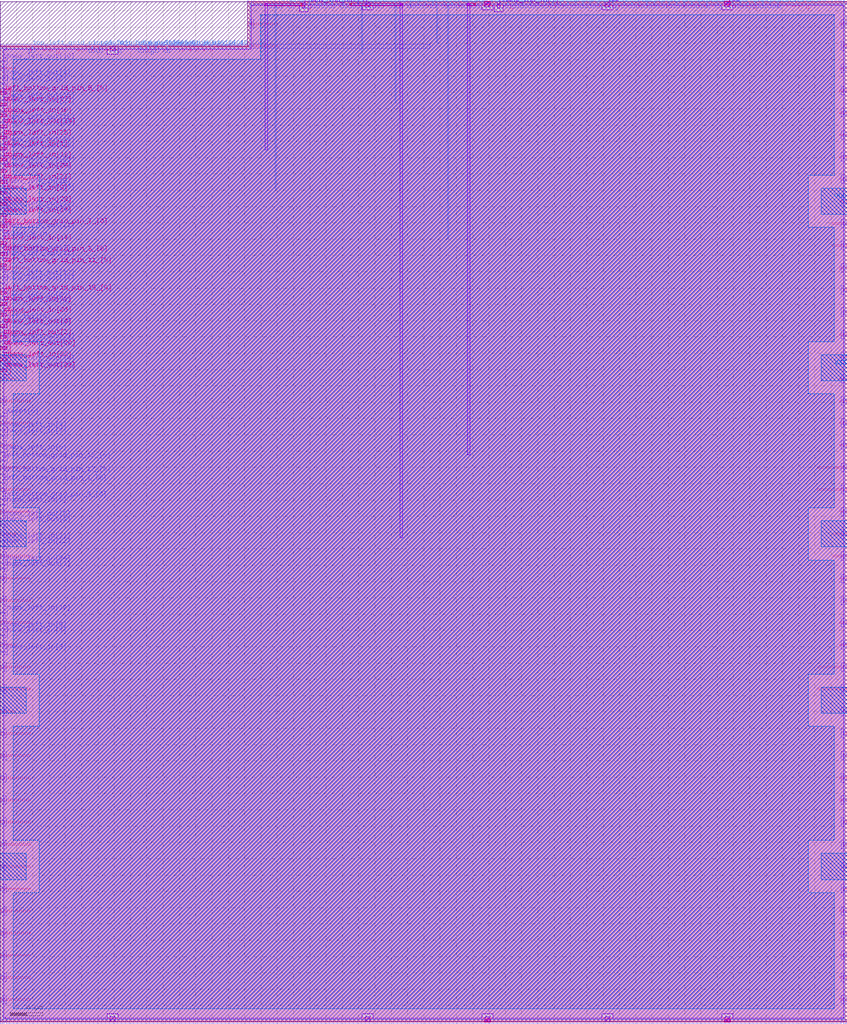
<source format=lef>
VERSION 5.7 ;
BUSBITCHARS "[]" ;

UNITS
  DATABASE MICRONS 1000 ;
END UNITS

MANUFACTURINGGRID 0.005 ;

LAYER li1
  TYPE ROUTING ;
  DIRECTION VERTICAL ;
  PITCH 0.46 ;
  WIDTH 0.17 ;
END li1

LAYER mcon
  TYPE CUT ;
END mcon

LAYER met1
  TYPE ROUTING ;
  DIRECTION HORIZONTAL ;
  PITCH 0.34 ;
  WIDTH 0.14 ;
END met1

LAYER via
  TYPE CUT ;
END via

LAYER met2
  TYPE ROUTING ;
  DIRECTION VERTICAL ;
  PITCH 0.46 ;
  WIDTH 0.14 ;
END met2

LAYER via2
  TYPE CUT ;
END via2

LAYER met3
  TYPE ROUTING ;
  DIRECTION HORIZONTAL ;
  PITCH 0.68 ;
  WIDTH 0.3 ;
END met3

LAYER via3
  TYPE CUT ;
END via3

LAYER met4
  TYPE ROUTING ;
  DIRECTION VERTICAL ;
  PITCH 0.92 ;
  WIDTH 0.3 ;
END met4

LAYER via4
  TYPE CUT ;
END via4

LAYER met5
  TYPE ROUTING ;
  DIRECTION HORIZONTAL ;
  PITCH 3.4 ;
  WIDTH 1.6 ;
END met5

LAYER nwell
  TYPE MASTERSLICE ;
END nwell

LAYER pwell
  TYPE MASTERSLICE ;
END pwell

LAYER OVERLAP
  TYPE OVERLAP ;
END OVERLAP

VIA L1M1_PR
  LAYER li1 ;
    RECT -0.085 -0.085 0.085 0.085 ;
  LAYER mcon ;
    RECT -0.085 -0.085 0.085 0.085 ;
  LAYER met1 ;
    RECT -0.145 -0.115 0.145 0.115 ;
END L1M1_PR

VIA L1M1_PR_R
  LAYER li1 ;
    RECT -0.085 -0.085 0.085 0.085 ;
  LAYER mcon ;
    RECT -0.085 -0.085 0.085 0.085 ;
  LAYER met1 ;
    RECT -0.115 -0.145 0.115 0.145 ;
END L1M1_PR_R

VIA L1M1_PR_M
  LAYER li1 ;
    RECT -0.085 -0.085 0.085 0.085 ;
  LAYER mcon ;
    RECT -0.085 -0.085 0.085 0.085 ;
  LAYER met1 ;
    RECT -0.115 -0.145 0.115 0.145 ;
END L1M1_PR_M

VIA L1M1_PR_MR
  LAYER li1 ;
    RECT -0.085 -0.085 0.085 0.085 ;
  LAYER mcon ;
    RECT -0.085 -0.085 0.085 0.085 ;
  LAYER met1 ;
    RECT -0.145 -0.115 0.145 0.115 ;
END L1M1_PR_MR

VIA L1M1_PR_C
  LAYER li1 ;
    RECT -0.085 -0.085 0.085 0.085 ;
  LAYER mcon ;
    RECT -0.085 -0.085 0.085 0.085 ;
  LAYER met1 ;
    RECT -0.145 -0.145 0.145 0.145 ;
END L1M1_PR_C

VIA M1M2_PR
  LAYER met1 ;
    RECT -0.16 -0.13 0.16 0.13 ;
  LAYER via ;
    RECT -0.075 -0.075 0.075 0.075 ;
  LAYER met2 ;
    RECT -0.13 -0.16 0.13 0.16 ;
END M1M2_PR

VIA M1M2_PR_Enc
  LAYER met1 ;
    RECT -0.16 -0.13 0.16 0.13 ;
  LAYER via ;
    RECT -0.075 -0.075 0.075 0.075 ;
  LAYER met2 ;
    RECT -0.16 -0.13 0.16 0.13 ;
END M1M2_PR_Enc

VIA M1M2_PR_R
  LAYER met1 ;
    RECT -0.13 -0.16 0.13 0.16 ;
  LAYER via ;
    RECT -0.075 -0.075 0.075 0.075 ;
  LAYER met2 ;
    RECT -0.16 -0.13 0.16 0.13 ;
END M1M2_PR_R

VIA M1M2_PR_R_Enc
  LAYER met1 ;
    RECT -0.13 -0.16 0.13 0.16 ;
  LAYER via ;
    RECT -0.075 -0.075 0.075 0.075 ;
  LAYER met2 ;
    RECT -0.13 -0.16 0.13 0.16 ;
END M1M2_PR_R_Enc

VIA M1M2_PR_M
  LAYER met1 ;
    RECT -0.16 -0.13 0.16 0.13 ;
  LAYER via ;
    RECT -0.075 -0.075 0.075 0.075 ;
  LAYER met2 ;
    RECT -0.16 -0.13 0.16 0.13 ;
END M1M2_PR_M

VIA M1M2_PR_M_Enc
  LAYER met1 ;
    RECT -0.16 -0.13 0.16 0.13 ;
  LAYER via ;
    RECT -0.075 -0.075 0.075 0.075 ;
  LAYER met2 ;
    RECT -0.13 -0.16 0.13 0.16 ;
END M1M2_PR_M_Enc

VIA M1M2_PR_MR
  LAYER met1 ;
    RECT -0.13 -0.16 0.13 0.16 ;
  LAYER via ;
    RECT -0.075 -0.075 0.075 0.075 ;
  LAYER met2 ;
    RECT -0.13 -0.16 0.13 0.16 ;
END M1M2_PR_MR

VIA M1M2_PR_MR_Enc
  LAYER met1 ;
    RECT -0.13 -0.16 0.13 0.16 ;
  LAYER via ;
    RECT -0.075 -0.075 0.075 0.075 ;
  LAYER met2 ;
    RECT -0.16 -0.13 0.16 0.13 ;
END M1M2_PR_MR_Enc

VIA M1M2_PR_C
  LAYER met1 ;
    RECT -0.16 -0.16 0.16 0.16 ;
  LAYER via ;
    RECT -0.075 -0.075 0.075 0.075 ;
  LAYER met2 ;
    RECT -0.16 -0.16 0.16 0.16 ;
END M1M2_PR_C

VIA M2M3_PR
  LAYER met2 ;
    RECT -0.14 -0.185 0.14 0.185 ;
  LAYER via2 ;
    RECT -0.1 -0.1 0.1 0.1 ;
  LAYER met3 ;
    RECT -0.165 -0.165 0.165 0.165 ;
END M2M3_PR

VIA M2M3_PR_R
  LAYER met2 ;
    RECT -0.185 -0.14 0.185 0.14 ;
  LAYER via2 ;
    RECT -0.1 -0.1 0.1 0.1 ;
  LAYER met3 ;
    RECT -0.165 -0.165 0.165 0.165 ;
END M2M3_PR_R

VIA M2M3_PR_M
  LAYER met2 ;
    RECT -0.14 -0.185 0.14 0.185 ;
  LAYER via2 ;
    RECT -0.1 -0.1 0.1 0.1 ;
  LAYER met3 ;
    RECT -0.165 -0.165 0.165 0.165 ;
END M2M3_PR_M

VIA M2M3_PR_MR
  LAYER met2 ;
    RECT -0.185 -0.14 0.185 0.14 ;
  LAYER via2 ;
    RECT -0.1 -0.1 0.1 0.1 ;
  LAYER met3 ;
    RECT -0.165 -0.165 0.165 0.165 ;
END M2M3_PR_MR

VIA M2M3_PR_C
  LAYER met2 ;
    RECT -0.185 -0.185 0.185 0.185 ;
  LAYER via2 ;
    RECT -0.1 -0.1 0.1 0.1 ;
  LAYER met3 ;
    RECT -0.165 -0.165 0.165 0.165 ;
END M2M3_PR_C

VIA M3M4_PR
  LAYER met3 ;
    RECT -0.19 -0.16 0.19 0.16 ;
  LAYER via3 ;
    RECT -0.1 -0.1 0.1 0.1 ;
  LAYER met4 ;
    RECT -0.165 -0.165 0.165 0.165 ;
END M3M4_PR

VIA M3M4_PR_R
  LAYER met3 ;
    RECT -0.16 -0.19 0.16 0.19 ;
  LAYER via3 ;
    RECT -0.1 -0.1 0.1 0.1 ;
  LAYER met4 ;
    RECT -0.165 -0.165 0.165 0.165 ;
END M3M4_PR_R

VIA M3M4_PR_M
  LAYER met3 ;
    RECT -0.19 -0.16 0.19 0.16 ;
  LAYER via3 ;
    RECT -0.1 -0.1 0.1 0.1 ;
  LAYER met4 ;
    RECT -0.165 -0.165 0.165 0.165 ;
END M3M4_PR_M

VIA M3M4_PR_MR
  LAYER met3 ;
    RECT -0.16 -0.19 0.16 0.19 ;
  LAYER via3 ;
    RECT -0.1 -0.1 0.1 0.1 ;
  LAYER met4 ;
    RECT -0.165 -0.165 0.165 0.165 ;
END M3M4_PR_MR

VIA M3M4_PR_C
  LAYER met3 ;
    RECT -0.19 -0.19 0.19 0.19 ;
  LAYER via3 ;
    RECT -0.1 -0.1 0.1 0.1 ;
  LAYER met4 ;
    RECT -0.165 -0.165 0.165 0.165 ;
END M3M4_PR_C

VIA M4M5_PR
  LAYER met4 ;
    RECT -0.59 -0.59 0.59 0.59 ;
  LAYER via4 ;
    RECT -0.4 -0.4 0.4 0.4 ;
  LAYER met5 ;
    RECT -0.71 -0.71 0.71 0.71 ;
END M4M5_PR

VIA M4M5_PR_R
  LAYER met4 ;
    RECT -0.59 -0.59 0.59 0.59 ;
  LAYER via4 ;
    RECT -0.4 -0.4 0.4 0.4 ;
  LAYER met5 ;
    RECT -0.71 -0.71 0.71 0.71 ;
END M4M5_PR_R

VIA M4M5_PR_M
  LAYER met4 ;
    RECT -0.59 -0.59 0.59 0.59 ;
  LAYER via4 ;
    RECT -0.4 -0.4 0.4 0.4 ;
  LAYER met5 ;
    RECT -0.71 -0.71 0.71 0.71 ;
END M4M5_PR_M

VIA M4M5_PR_MR
  LAYER met4 ;
    RECT -0.59 -0.59 0.59 0.59 ;
  LAYER via4 ;
    RECT -0.4 -0.4 0.4 0.4 ;
  LAYER met5 ;
    RECT -0.71 -0.71 0.71 0.71 ;
END M4M5_PR_MR

VIA M4M5_PR_C
  LAYER met4 ;
    RECT -0.59 -0.59 0.59 0.59 ;
  LAYER via4 ;
    RECT -0.4 -0.4 0.4 0.4 ;
  LAYER met5 ;
    RECT -0.71 -0.71 0.71 0.71 ;
END M4M5_PR_C

SITE unit
  CLASS CORE ;
  SYMMETRY Y ;
  SIZE 0.46 BY 2.72 ;
END unit

SITE unithddbl
  CLASS CORE ;
  SIZE 0.46 BY 5.44 ;
END unithddbl

MACRO sb_2__0_
  CLASS BLOCK ;
  ORIGIN 0 0 ;
  SIZE 103.96 BY 125.12 ;
  SYMMETRY X Y ;
  PIN pReset[0]
    DIRECTION INPUT ;
    USE SIGNAL ;
    PORT
      LAYER met1 ;
        RECT 0 74.22 0.595 74.36 ;
    END
  END pReset[0]
  PIN chany_top_in[0]
    DIRECTION INPUT ;
    USE SIGNAL ;
    PORT
      LAYER met2 ;
        RECT 72.38 124.635 72.52 125.12 ;
    END
  END chany_top_in[0]
  PIN chany_top_in[1]
    DIRECTION INPUT ;
    USE SIGNAL ;
    PORT
      LAYER met4 ;
        RECT 61.03 124.32 61.33 125.12 ;
    END
  END chany_top_in[1]
  PIN chany_top_in[2]
    DIRECTION INPUT ;
    USE SIGNAL ;
    PORT
      LAYER met2 ;
        RECT 33.28 124.635 33.42 125.12 ;
    END
  END chany_top_in[2]
  PIN chany_top_in[3]
    DIRECTION INPUT ;
    USE SIGNAL ;
    PORT
      LAYER met2 ;
        RECT 57.2 124.635 57.34 125.12 ;
    END
  END chany_top_in[3]
  PIN chany_top_in[4]
    DIRECTION INPUT ;
    USE SIGNAL ;
    PORT
      LAYER met2 ;
        RECT 51.22 124.635 51.36 125.12 ;
    END
  END chany_top_in[4]
  PIN chany_top_in[5]
    DIRECTION INPUT ;
    USE SIGNAL ;
    PORT
      LAYER met2 ;
        RECT 61.34 124.635 61.48 125.12 ;
    END
  END chany_top_in[5]
  PIN chany_top_in[6]
    DIRECTION INPUT ;
    USE SIGNAL ;
    PORT
      LAYER met2 ;
        RECT 55.36 124.635 55.5 125.12 ;
    END
  END chany_top_in[6]
  PIN chany_top_in[7]
    DIRECTION INPUT ;
    USE SIGNAL ;
    PORT
      LAYER met2 ;
        RECT 69.62 124.635 69.76 125.12 ;
    END
  END chany_top_in[7]
  PIN chany_top_in[8]
    DIRECTION INPUT ;
    USE SIGNAL ;
    PORT
      LAYER met2 ;
        RECT 73.3 124.635 73.44 125.12 ;
    END
  END chany_top_in[8]
  PIN chany_top_in[9]
    DIRECTION INPUT ;
    USE SIGNAL ;
    PORT
      LAYER met2 ;
        RECT 68.7 124.635 68.84 125.12 ;
    END
  END chany_top_in[9]
  PIN chany_top_in[10]
    DIRECTION INPUT ;
    USE SIGNAL ;
    PORT
      LAYER met2 ;
        RECT 90.78 124.635 90.92 125.12 ;
    END
  END chany_top_in[10]
  PIN chany_top_in[11]
    DIRECTION INPUT ;
    USE SIGNAL ;
    PORT
      LAYER met2 ;
        RECT 78.36 124.635 78.5 125.12 ;
    END
  END chany_top_in[11]
  PIN chany_top_in[12]
    DIRECTION INPUT ;
    USE SIGNAL ;
    PORT
      LAYER met2 ;
        RECT 71.46 124.635 71.6 125.12 ;
    END
  END chany_top_in[12]
  PIN chany_top_in[13]
    DIRECTION INPUT ;
    USE SIGNAL ;
    PORT
      LAYER met2 ;
        RECT 67.78 124.635 67.92 125.12 ;
    END
  END chany_top_in[13]
  PIN chany_top_in[14]
    DIRECTION INPUT ;
    USE SIGNAL ;
    PORT
      LAYER met2 ;
        RECT 76.52 124.635 76.66 125.12 ;
    END
  END chany_top_in[14]
  PIN chany_top_in[15]
    DIRECTION INPUT ;
    USE SIGNAL ;
    PORT
      LAYER met2 ;
        RECT 94.46 124.635 94.6 125.12 ;
    END
  END chany_top_in[15]
  PIN chany_top_in[16]
    DIRECTION INPUT ;
    USE SIGNAL ;
    PORT
      LAYER met2 ;
        RECT 70.54 124.635 70.68 125.12 ;
    END
  END chany_top_in[16]
  PIN chany_top_in[17]
    DIRECTION INPUT ;
    USE SIGNAL ;
    PORT
      LAYER met2 ;
        RECT 89.86 124.635 90 125.12 ;
    END
  END chany_top_in[17]
  PIN chany_top_in[18]
    DIRECTION INPUT ;
    USE SIGNAL ;
    PORT
      LAYER met2 ;
        RECT 88.02 124.635 88.16 125.12 ;
    END
  END chany_top_in[18]
  PIN chany_top_in[19]
    DIRECTION INPUT ;
    USE SIGNAL ;
    PORT
      LAYER met2 ;
        RECT 93.54 124.635 93.68 125.12 ;
    END
  END chany_top_in[19]
  PIN chany_top_in[20]
    DIRECTION INPUT ;
    USE SIGNAL ;
    PORT
      LAYER met2 ;
        RECT 75.14 124.635 75.28 125.12 ;
    END
  END chany_top_in[20]
  PIN chany_top_in[21]
    DIRECTION INPUT ;
    USE SIGNAL ;
    PORT
      LAYER met2 ;
        RECT 56.28 124.635 56.42 125.12 ;
    END
  END chany_top_in[21]
  PIN chany_top_in[22]
    DIRECTION INPUT ;
    USE SIGNAL ;
    PORT
      LAYER met2 ;
        RECT 37.88 124.635 38.02 125.12 ;
    END
  END chany_top_in[22]
  PIN chany_top_in[23]
    DIRECTION INPUT ;
    USE SIGNAL ;
    PORT
      LAYER met2 ;
        RECT 43.86 124.635 44 125.12 ;
    END
  END chany_top_in[23]
  PIN chany_top_in[24]
    DIRECTION INPUT ;
    USE SIGNAL ;
    PORT
      LAYER met2 ;
        RECT 34.2 124.635 34.34 125.12 ;
    END
  END chany_top_in[24]
  PIN chany_top_in[25]
    DIRECTION INPUT ;
    USE SIGNAL ;
    PORT
      LAYER met2 ;
        RECT 42.94 124.635 43.08 125.12 ;
    END
  END chany_top_in[25]
  PIN chany_top_in[26]
    DIRECTION INPUT ;
    USE SIGNAL ;
    PORT
      LAYER met2 ;
        RECT 91.7 124.635 91.84 125.12 ;
    END
  END chany_top_in[26]
  PIN chany_top_in[27]
    DIRECTION INPUT ;
    USE SIGNAL ;
    PORT
      LAYER met2 ;
        RECT 81.12 124.635 81.26 125.12 ;
    END
  END chany_top_in[27]
  PIN chany_top_in[28]
    DIRECTION INPUT ;
    USE SIGNAL ;
    PORT
      LAYER met2 ;
        RECT 80.2 124.635 80.34 125.12 ;
    END
  END chany_top_in[28]
  PIN chany_top_in[29]
    DIRECTION INPUT ;
    USE SIGNAL ;
    PORT
      LAYER met2 ;
        RECT 79.28 124.635 79.42 125.12 ;
    END
  END chany_top_in[29]
  PIN top_left_grid_pin_44_[0]
    DIRECTION INPUT ;
    USE SIGNAL ;
    PORT
      LAYER met2 ;
        RECT 17.18 119.195 17.32 119.68 ;
    END
  END top_left_grid_pin_44_[0]
  PIN top_left_grid_pin_45_[0]
    DIRECTION INPUT ;
    USE SIGNAL ;
    PORT
      LAYER met2 ;
        RECT 12.12 119.195 12.26 119.68 ;
    END
  END top_left_grid_pin_45_[0]
  PIN top_left_grid_pin_46_[0]
    DIRECTION INPUT ;
    USE SIGNAL ;
    PORT
      LAYER met2 ;
        RECT 19.02 119.195 19.16 119.68 ;
    END
  END top_left_grid_pin_46_[0]
  PIN top_left_grid_pin_47_[0]
    DIRECTION INPUT ;
    USE SIGNAL ;
    PORT
      LAYER met2 ;
        RECT 20.4 119.195 20.54 119.68 ;
    END
  END top_left_grid_pin_47_[0]
  PIN top_left_grid_pin_48_[0]
    DIRECTION INPUT ;
    USE SIGNAL ;
    PORT
      LAYER met2 ;
        RECT 3.84 119.195 3.98 119.68 ;
    END
  END top_left_grid_pin_48_[0]
  PIN top_left_grid_pin_49_[0]
    DIRECTION INPUT ;
    USE SIGNAL ;
    PORT
      LAYER met2 ;
        RECT 14.42 119.195 14.56 119.68 ;
    END
  END top_left_grid_pin_49_[0]
  PIN top_left_grid_pin_50_[0]
    DIRECTION INPUT ;
    USE SIGNAL ;
    PORT
      LAYER met2 ;
        RECT 11.2 119.195 11.34 119.68 ;
    END
  END top_left_grid_pin_50_[0]
  PIN top_left_grid_pin_51_[0]
    DIRECTION INPUT ;
    USE SIGNAL ;
    PORT
      LAYER met2 ;
        RECT 18.1 119.195 18.24 119.68 ;
    END
  END top_left_grid_pin_51_[0]
  PIN top_right_grid_pin_1_[0]
    DIRECTION INPUT ;
    USE SIGNAL ;
    PORT
      LAYER met2 ;
        RECT 63.18 124.635 63.32 125.12 ;
    END
  END top_right_grid_pin_1_[0]
  PIN chanx_left_in[0]
    DIRECTION INPUT ;
    USE SIGNAL ;
    PORT
      LAYER met1 ;
        RECT 0 69.8 0.595 69.94 ;
    END
  END chanx_left_in[0]
  PIN chanx_left_in[1]
    DIRECTION INPUT ;
    USE SIGNAL ;
    PORT
      LAYER met3 ;
        RECT 0 106.95 0.8 107.25 ;
    END
  END chanx_left_in[1]
  PIN chanx_left_in[2]
    DIRECTION INPUT ;
    USE SIGNAL ;
    PORT
      LAYER met1 ;
        RECT 0 115.02 0.595 115.16 ;
    END
  END chanx_left_in[2]
  PIN chanx_left_in[3]
    DIRECTION INPUT ;
    USE SIGNAL ;
    PORT
      LAYER met1 ;
        RECT 0 47.36 0.595 47.5 ;
    END
  END chanx_left_in[3]
  PIN chanx_left_in[4]
    DIRECTION INPUT ;
    USE SIGNAL ;
    PORT
      LAYER met1 ;
        RECT 0 72.52 0.595 72.66 ;
    END
  END chanx_left_in[4]
  PIN chanx_left_in[5]
    DIRECTION INPUT ;
    USE SIGNAL ;
    PORT
      LAYER met1 ;
        RECT 0 63.34 0.595 63.48 ;
    END
  END chanx_left_in[5]
  PIN chanx_left_in[6]
    DIRECTION INPUT ;
    USE SIGNAL ;
    PORT
      LAYER met1 ;
        RECT 0 48.04 0.595 48.18 ;
    END
  END chanx_left_in[6]
  PIN chanx_left_in[7]
    DIRECTION INPUT ;
    USE SIGNAL ;
    PORT
      LAYER met1 ;
        RECT 0 71.84 0.595 71.98 ;
    END
  END chanx_left_in[7]
  PIN chanx_left_in[8]
    DIRECTION INPUT ;
    USE SIGNAL ;
    PORT
      LAYER met1 ;
        RECT 0 45.32 0.595 45.46 ;
    END
  END chanx_left_in[8]
  PIN chanx_left_in[9]
    DIRECTION INPUT ;
    USE SIGNAL ;
    PORT
      LAYER met3 ;
        RECT 0 101.51 0.8 101.81 ;
    END
  END chanx_left_in[9]
  PIN chanx_left_in[10]
    DIRECTION INPUT ;
    USE SIGNAL ;
    PORT
      LAYER met1 ;
        RECT 0 50.08 0.595 50.22 ;
    END
  END chanx_left_in[10]
  PIN chanx_left_in[11]
    DIRECTION INPUT ;
    USE SIGNAL ;
    PORT
      LAYER met1 ;
        RECT 0 58.92 0.595 59.06 ;
    END
  END chanx_left_in[11]
  PIN chanx_left_in[12]
    DIRECTION INPUT ;
    USE SIGNAL ;
    PORT
      LAYER met1 ;
        RECT 0 85.1 0.595 85.24 ;
    END
  END chanx_left_in[12]
  PIN chanx_left_in[13]
    DIRECTION INPUT ;
    USE SIGNAL ;
    PORT
      LAYER met3 ;
        RECT 0 105.59 0.8 105.89 ;
    END
  END chanx_left_in[13]
  PIN chanx_left_in[14]
    DIRECTION INPUT ;
    USE SIGNAL ;
    PORT
      LAYER met3 ;
        RECT 0 95.39 0.8 95.69 ;
    END
  END chanx_left_in[14]
  PIN chanx_left_in[15]
    DIRECTION INPUT ;
    USE SIGNAL ;
    PORT
      LAYER met1 ;
        RECT 0 102.44 0.595 102.58 ;
    END
  END chanx_left_in[15]
  PIN chanx_left_in[16]
    DIRECTION INPUT ;
    USE SIGNAL ;
    PORT
      LAYER met1 ;
        RECT 0 104.48 0.595 104.62 ;
    END
  END chanx_left_in[16]
  PIN chanx_left_in[17]
    DIRECTION INPUT ;
    USE SIGNAL ;
    PORT
      LAYER met3 ;
        RECT 0 98.79 0.8 99.09 ;
    END
  END chanx_left_in[17]
  PIN chanx_left_in[18]
    DIRECTION INPUT ;
    USE SIGNAL ;
    PORT
      LAYER met3 ;
        RECT 0 111.03 0.8 111.33 ;
    END
  END chanx_left_in[18]
  PIN chanx_left_in[19]
    DIRECTION INPUT ;
    USE SIGNAL ;
    PORT
      LAYER met3 ;
        RECT 0 87.91 0.8 88.21 ;
    END
  END chanx_left_in[19]
  PIN chanx_left_in[20]
    DIRECTION INPUT ;
    USE SIGNAL ;
    PORT
      LAYER met1 ;
        RECT 0 88.5 0.595 88.64 ;
    END
  END chanx_left_in[20]
  PIN chanx_left_in[21]
    DIRECTION INPUT ;
    USE SIGNAL ;
    PORT
      LAYER met3 ;
        RECT 0 102.87 0.8 103.17 ;
    END
  END chanx_left_in[21]
  PIN chanx_left_in[22]
    DIRECTION INPUT ;
    USE SIGNAL ;
    PORT
      LAYER met3 ;
        RECT 0 81.11 0.8 81.41 ;
    END
  END chanx_left_in[22]
  PIN chanx_left_in[23]
    DIRECTION INPUT ;
    USE SIGNAL ;
    PORT
      LAYER met1 ;
        RECT 0 58.24 0.595 58.38 ;
    END
  END chanx_left_in[23]
  PIN chanx_left_in[24]
    DIRECTION INPUT ;
    USE SIGNAL ;
    PORT
      LAYER met1 ;
        RECT 0 56.2 0.595 56.34 ;
    END
  END chanx_left_in[24]
  PIN chanx_left_in[25]
    DIRECTION INPUT ;
    USE SIGNAL ;
    PORT
      LAYER met3 ;
        RECT 0 108.31 0.8 108.61 ;
    END
  END chanx_left_in[25]
  PIN chanx_left_in[26]
    DIRECTION INPUT ;
    USE SIGNAL ;
    PORT
      LAYER met3 ;
        RECT 0 86.55 0.8 86.85 ;
    END
  END chanx_left_in[26]
  PIN chanx_left_in[27]
    DIRECTION INPUT ;
    USE SIGNAL ;
    PORT
      LAYER met3 ;
        RECT 0 112.39 0.8 112.69 ;
    END
  END chanx_left_in[27]
  PIN chanx_left_in[28]
    DIRECTION INPUT ;
    USE SIGNAL ;
    PORT
      LAYER met3 ;
        RECT 0 100.15 0.8 100.45 ;
    END
  END chanx_left_in[28]
  PIN chanx_left_in[29]
    DIRECTION INPUT ;
    USE SIGNAL ;
    PORT
      LAYER met3 ;
        RECT 0 104.23 0.8 104.53 ;
    END
  END chanx_left_in[29]
  PIN left_bottom_grid_pin_1_[0]
    DIRECTION INPUT ;
    USE SIGNAL ;
    PORT
      LAYER met1 ;
        RECT 0 66.06 0.595 66.2 ;
    END
  END left_bottom_grid_pin_1_[0]
  PIN left_bottom_grid_pin_3_[0]
    DIRECTION INPUT ;
    USE SIGNAL ;
    PORT
      LAYER met3 ;
        RECT 0 94.03 0.8 94.33 ;
    END
  END left_bottom_grid_pin_3_[0]
  PIN left_bottom_grid_pin_5_[0]
    DIRECTION INPUT ;
    USE SIGNAL ;
    PORT
      LAYER met3 ;
        RECT 0 113.75 0.8 114.05 ;
    END
  END left_bottom_grid_pin_5_[0]
  PIN left_bottom_grid_pin_7_[0]
    DIRECTION INPUT ;
    USE SIGNAL ;
    PORT
      LAYER met3 ;
        RECT 0 97.43 0.8 97.73 ;
    END
  END left_bottom_grid_pin_7_[0]
  PIN left_bottom_grid_pin_9_[0]
    DIRECTION INPUT ;
    USE SIGNAL ;
    PORT
      LAYER met1 ;
        RECT 0 64.02 0.595 64.16 ;
    END
  END left_bottom_grid_pin_9_[0]
  PIN left_bottom_grid_pin_11_[0]
    DIRECTION INPUT ;
    USE SIGNAL ;
    PORT
      LAYER met3 ;
        RECT 0 92.67 0.8 92.97 ;
    END
  END left_bottom_grid_pin_11_[0]
  PIN left_bottom_grid_pin_13_[0]
    DIRECTION INPUT ;
    USE SIGNAL ;
    PORT
      LAYER met1 ;
        RECT 0 68.78 0.595 68.92 ;
    END
  END left_bottom_grid_pin_13_[0]
  PIN left_bottom_grid_pin_15_[0]
    DIRECTION INPUT ;
    USE SIGNAL ;
    PORT
      LAYER met3 ;
        RECT 0 89.27 0.8 89.57 ;
    END
  END left_bottom_grid_pin_15_[0]
  PIN left_bottom_grid_pin_17_[0]
    DIRECTION INPUT ;
    USE SIGNAL ;
    PORT
      LAYER met1 ;
        RECT 0 67.08 0.595 67.22 ;
    END
  END left_bottom_grid_pin_17_[0]
  PIN ccff_head[0]
    DIRECTION INPUT ;
    USE SIGNAL ;
    PORT
      LAYER met2 ;
        RECT 39.72 124.635 39.86 125.12 ;
    END
  END ccff_head[0]
  PIN chany_top_out[0]
    DIRECTION OUTPUT ;
    USE SIGNAL ;
    PORT
      LAYER met2 ;
        RECT 82.96 124.635 83.1 125.12 ;
    END
  END chany_top_out[0]
  PIN chany_top_out[1]
    DIRECTION OUTPUT ;
    USE SIGNAL ;
    PORT
      LAYER met2 ;
        RECT 83.88 124.635 84.02 125.12 ;
    END
  END chany_top_out[1]
  PIN chany_top_out[2]
    DIRECTION OUTPUT ;
    USE SIGNAL ;
    PORT
      LAYER met2 ;
        RECT 85.72 124.635 85.86 125.12 ;
    END
  END chany_top_out[2]
  PIN chany_top_out[3]
    DIRECTION OUTPUT ;
    USE SIGNAL ;
    PORT
      LAYER met2 ;
        RECT 84.8 124.635 84.94 125.12 ;
    END
  END chany_top_out[3]
  PIN chany_top_out[4]
    DIRECTION OUTPUT ;
    USE SIGNAL ;
    PORT
      LAYER met2 ;
        RECT 46.62 124.635 46.76 125.12 ;
    END
  END chany_top_out[4]
  PIN chany_top_out[5]
    DIRECTION OUTPUT ;
    USE SIGNAL ;
    PORT
      LAYER met4 ;
        RECT 37.11 124.32 37.41 125.12 ;
    END
  END chany_top_out[5]
  PIN chany_top_out[6]
    DIRECTION OUTPUT ;
    USE SIGNAL ;
    PORT
      LAYER met2 ;
        RECT 65.02 124.635 65.16 125.12 ;
    END
  END chany_top_out[6]
  PIN chany_top_out[7]
    DIRECTION OUTPUT ;
    USE SIGNAL ;
    PORT
      LAYER met2 ;
        RECT 44.78 124.635 44.92 125.12 ;
    END
  END chany_top_out[7]
  PIN chany_top_out[8]
    DIRECTION OUTPUT ;
    USE SIGNAL ;
    PORT
      LAYER met2 ;
        RECT 59.04 124.635 59.18 125.12 ;
    END
  END chany_top_out[8]
  PIN chany_top_out[9]
    DIRECTION OUTPUT ;
    USE SIGNAL ;
    PORT
      LAYER met2 ;
        RECT 92.62 124.635 92.76 125.12 ;
    END
  END chany_top_out[9]
  PIN chany_top_out[10]
    DIRECTION OUTPUT ;
    USE SIGNAL ;
    PORT
      LAYER met2 ;
        RECT 40.64 124.635 40.78 125.12 ;
    END
  END chany_top_out[10]
  PIN chany_top_out[11]
    DIRECTION OUTPUT ;
    USE SIGNAL ;
    PORT
      LAYER met2 ;
        RECT 65.94 124.635 66.08 125.12 ;
    END
  END chany_top_out[11]
  PIN chany_top_out[12]
    DIRECTION OUTPUT ;
    USE SIGNAL ;
    PORT
      LAYER met2 ;
        RECT 95.38 124.635 95.52 125.12 ;
    END
  END chany_top_out[12]
  PIN chany_top_out[13]
    DIRECTION OUTPUT ;
    USE SIGNAL ;
    PORT
      LAYER met2 ;
        RECT 45.7 124.635 45.84 125.12 ;
    END
  END chany_top_out[13]
  PIN chany_top_out[14]
    DIRECTION OUTPUT ;
    USE SIGNAL ;
    PORT
      LAYER met2 ;
        RECT 64.1 124.635 64.24 125.12 ;
    END
  END chany_top_out[14]
  PIN chany_top_out[15]
    DIRECTION OUTPUT ;
    USE SIGNAL ;
    PORT
      LAYER met2 ;
        RECT 54.44 124.635 54.58 125.12 ;
    END
  END chany_top_out[15]
  PIN chany_top_out[16]
    DIRECTION OUTPUT ;
    USE SIGNAL ;
    PORT
      LAYER met2 ;
        RECT 36.96 124.635 37.1 125.12 ;
    END
  END chany_top_out[16]
  PIN chany_top_out[17]
    DIRECTION OUTPUT ;
    USE SIGNAL ;
    PORT
      LAYER met2 ;
        RECT 74.22 124.635 74.36 125.12 ;
    END
  END chany_top_out[17]
  PIN chany_top_out[18]
    DIRECTION OUTPUT ;
    USE SIGNAL ;
    PORT
      LAYER met2 ;
        RECT 82.04 124.635 82.18 125.12 ;
    END
  END chany_top_out[18]
  PIN chany_top_out[19]
    DIRECTION OUTPUT ;
    USE SIGNAL ;
    PORT
      LAYER met2 ;
        RECT 50.3 124.635 50.44 125.12 ;
    END
  END chany_top_out[19]
  PIN chany_top_out[20]
    DIRECTION OUTPUT ;
    USE SIGNAL ;
    PORT
      LAYER met2 ;
        RECT 53.06 124.635 53.2 125.12 ;
    END
  END chany_top_out[20]
  PIN chany_top_out[21]
    DIRECTION OUTPUT ;
    USE SIGNAL ;
    PORT
      LAYER met2 ;
        RECT 48.92 124.635 49.06 125.12 ;
    END
  END chany_top_out[21]
  PIN chany_top_out[22]
    DIRECTION OUTPUT ;
    USE SIGNAL ;
    PORT
      LAYER met2 ;
        RECT 62.26 124.635 62.4 125.12 ;
    END
  END chany_top_out[22]
  PIN chany_top_out[23]
    DIRECTION OUTPUT ;
    USE SIGNAL ;
    PORT
      LAYER met2 ;
        RECT 66.86 124.635 67 125.12 ;
    END
  END chany_top_out[23]
  PIN chany_top_out[24]
    DIRECTION OUTPUT ;
    USE SIGNAL ;
    PORT
      LAYER met2 ;
        RECT 86.64 124.635 86.78 125.12 ;
    END
  END chany_top_out[24]
  PIN chany_top_out[25]
    DIRECTION OUTPUT ;
    USE SIGNAL ;
    PORT
      LAYER met2 ;
        RECT 48 124.635 48.14 125.12 ;
    END
  END chany_top_out[25]
  PIN chany_top_out[26]
    DIRECTION OUTPUT ;
    USE SIGNAL ;
    PORT
      LAYER met2 ;
        RECT 58.12 124.635 58.26 125.12 ;
    END
  END chany_top_out[26]
  PIN chany_top_out[27]
    DIRECTION OUTPUT ;
    USE SIGNAL ;
    PORT
      LAYER met2 ;
        RECT 52.14 124.635 52.28 125.12 ;
    END
  END chany_top_out[27]
  PIN chany_top_out[28]
    DIRECTION OUTPUT ;
    USE SIGNAL ;
    PORT
      LAYER met2 ;
        RECT 38.8 124.635 38.94 125.12 ;
    END
  END chany_top_out[28]
  PIN chany_top_out[29]
    DIRECTION OUTPUT ;
    USE SIGNAL ;
    PORT
      LAYER met2 ;
        RECT 77.44 124.635 77.58 125.12 ;
    END
  END chany_top_out[29]
  PIN chanx_left_out[0]
    DIRECTION OUTPUT ;
    USE SIGNAL ;
    PORT
      LAYER met3 ;
        RECT 0 85.19 0.8 85.49 ;
    END
  END chanx_left_out[0]
  PIN chanx_left_out[1]
    DIRECTION OUTPUT ;
    USE SIGNAL ;
    PORT
      LAYER met1 ;
        RECT 0 55.52 0.595 55.66 ;
    END
  END chanx_left_out[1]
  PIN chanx_left_out[2]
    DIRECTION OUTPUT ;
    USE SIGNAL ;
    PORT
      LAYER met1 ;
        RECT 0 60.96 0.595 61.1 ;
    END
  END chanx_left_out[2]
  PIN chanx_left_out[3]
    DIRECTION OUTPUT ;
    USE SIGNAL ;
    PORT
      LAYER met3 ;
        RECT 0 83.83 0.8 84.13 ;
    END
  END chanx_left_out[3]
  PIN chanx_left_out[4]
    DIRECTION OUTPUT ;
    USE SIGNAL ;
    PORT
      LAYER met1 ;
        RECT 0 115.7 0.595 115.84 ;
    END
  END chanx_left_out[4]
  PIN chanx_left_out[5]
    DIRECTION OUTPUT ;
    USE SIGNAL ;
    PORT
      LAYER met1 ;
        RECT 0 61.64 0.595 61.78 ;
    END
  END chanx_left_out[5]
  PIN chanx_left_out[6]
    DIRECTION OUTPUT ;
    USE SIGNAL ;
    PORT
      LAYER met1 ;
        RECT 0 87.82 0.595 87.96 ;
    END
  END chanx_left_out[6]
  PIN chanx_left_out[7]
    DIRECTION OUTPUT ;
    USE SIGNAL ;
    PORT
      LAYER met1 ;
        RECT 0 94.28 0.595 94.42 ;
    END
  END chanx_left_out[7]
  PIN chanx_left_out[8]
    DIRECTION OUTPUT ;
    USE SIGNAL ;
    PORT
      LAYER met1 ;
        RECT 0 82.72 0.595 82.86 ;
    END
  END chanx_left_out[8]
  PIN chanx_left_out[9]
    DIRECTION OUTPUT ;
    USE SIGNAL ;
    PORT
      LAYER met1 ;
        RECT 0 99.04 0.595 99.18 ;
    END
  END chanx_left_out[9]
  PIN chanx_left_out[10]
    DIRECTION OUTPUT ;
    USE SIGNAL ;
    PORT
      LAYER met1 ;
        RECT 0 117.74 0.595 117.88 ;
    END
  END chanx_left_out[10]
  PIN chanx_left_out[11]
    DIRECTION OUTPUT ;
    USE SIGNAL ;
    PORT
      LAYER met1 ;
        RECT 0 93.6 0.595 93.74 ;
    END
  END chanx_left_out[11]
  PIN chanx_left_out[12]
    DIRECTION OUTPUT ;
    USE SIGNAL ;
    PORT
      LAYER met1 ;
        RECT 0 99.72 0.595 99.86 ;
    END
  END chanx_left_out[12]
  PIN chanx_left_out[13]
    DIRECTION OUTPUT ;
    USE SIGNAL ;
    PORT
      LAYER met1 ;
        RECT 0 91.22 0.595 91.36 ;
    END
  END chanx_left_out[13]
  PIN chanx_left_out[14]
    DIRECTION OUTPUT ;
    USE SIGNAL ;
    PORT
      LAYER met1 ;
        RECT 0 80.68 0.595 80.82 ;
    END
  END chanx_left_out[14]
  PIN chanx_left_out[15]
    DIRECTION OUTPUT ;
    USE SIGNAL ;
    PORT
      LAYER met1 ;
        RECT 0 112.98 0.595 113.12 ;
    END
  END chanx_left_out[15]
  PIN chanx_left_out[16]
    DIRECTION OUTPUT ;
    USE SIGNAL ;
    PORT
      LAYER met1 ;
        RECT 0 101.76 0.595 101.9 ;
    END
  END chanx_left_out[16]
  PIN chanx_left_out[17]
    DIRECTION OUTPUT ;
    USE SIGNAL ;
    PORT
      LAYER met1 ;
        RECT 0 90.54 0.595 90.68 ;
    END
  END chanx_left_out[17]
  PIN chanx_left_out[18]
    DIRECTION OUTPUT ;
    USE SIGNAL ;
    PORT
      LAYER met1 ;
        RECT 0 110.26 0.595 110.4 ;
    END
  END chanx_left_out[18]
  PIN chanx_left_out[19]
    DIRECTION OUTPUT ;
    USE SIGNAL ;
    PORT
      LAYER met3 ;
        RECT 0 109.67 0.8 109.97 ;
    END
  END chanx_left_out[19]
  PIN chanx_left_out[20]
    DIRECTION OUTPUT ;
    USE SIGNAL ;
    PORT
      LAYER met3 ;
        RECT 0 82.47 0.8 82.77 ;
    END
  END chanx_left_out[20]
  PIN chanx_left_out[21]
    DIRECTION OUTPUT ;
    USE SIGNAL ;
    PORT
      LAYER met1 ;
        RECT 0 97 0.595 97.14 ;
    END
  END chanx_left_out[21]
  PIN chanx_left_out[22]
    DIRECTION OUTPUT ;
    USE SIGNAL ;
    PORT
      LAYER met3 ;
        RECT 0 79.75 0.8 80.05 ;
    END
  END chanx_left_out[22]
  PIN chanx_left_out[23]
    DIRECTION OUTPUT ;
    USE SIGNAL ;
    PORT
      LAYER met1 ;
        RECT 0 83.4 0.595 83.54 ;
    END
  END chanx_left_out[23]
  PIN chanx_left_out[24]
    DIRECTION OUTPUT ;
    USE SIGNAL ;
    PORT
      LAYER met1 ;
        RECT 0 107.54 0.595 107.68 ;
    END
  END chanx_left_out[24]
  PIN chanx_left_out[25]
    DIRECTION OUTPUT ;
    USE SIGNAL ;
    PORT
      LAYER met1 ;
        RECT 0 109.58 0.595 109.72 ;
    END
  END chanx_left_out[25]
  PIN chanx_left_out[26]
    DIRECTION OUTPUT ;
    USE SIGNAL ;
    PORT
      LAYER met1 ;
        RECT 0 80 0.595 80.14 ;
    END
  END chanx_left_out[26]
  PIN chanx_left_out[27]
    DIRECTION OUTPUT ;
    USE SIGNAL ;
    PORT
      LAYER met1 ;
        RECT 0 112.3 0.595 112.44 ;
    END
  END chanx_left_out[27]
  PIN chanx_left_out[28]
    DIRECTION OUTPUT ;
    USE SIGNAL ;
    PORT
      LAYER met1 ;
        RECT 0 105.16 0.595 105.3 ;
    END
  END chanx_left_out[28]
  PIN chanx_left_out[29]
    DIRECTION OUTPUT ;
    USE SIGNAL ;
    PORT
      LAYER met1 ;
        RECT 0 106.86 0.595 107 ;
    END
  END chanx_left_out[29]
  PIN ccff_tail[0]
    DIRECTION OUTPUT ;
    USE SIGNAL ;
    PORT
      LAYER met1 ;
        RECT 0 85.78 0.595 85.92 ;
    END
  END ccff_tail[0]
  PIN pReset_W_in
    DIRECTION INPUT ;
    USE SIGNAL ;
    PORT
      LAYER met1 ;
        RECT 0 95.98 0.595 96.12 ;
    END
  END pReset_W_in
  PIN pReset_N_out
    DIRECTION OUTPUT ;
    USE SIGNAL ;
    PORT
      LAYER met2 ;
        RECT 35.58 124.635 35.72 125.12 ;
    END
  END pReset_N_out
  PIN prog_clk_0_N_in
    DIRECTION INPUT ;
    USE CLOCK ;
    PORT
      LAYER met2 ;
        RECT 42.02 124.635 42.16 125.12 ;
    END
  END prog_clk_0_N_in
  PIN VDD
    DIRECTION INPUT ;
    USE POWER ;
    PORT
      LAYER met5 ;
        RECT 0 17.44 3.2 20.64 ;
        RECT 100.76 17.44 103.96 20.64 ;
        RECT 0 58.24 3.2 61.44 ;
        RECT 100.76 58.24 103.96 61.44 ;
        RECT 0 99.04 3.2 102.24 ;
        RECT 100.76 99.04 103.96 102.24 ;
      LAYER met4 ;
        RECT 13.5 0 14.1 0.6 ;
        RECT 44.78 0 45.38 0.6 ;
        RECT 74.22 0 74.82 0.6 ;
        RECT 13.5 119.08 14.1 119.68 ;
        RECT 44.78 124.52 45.38 125.12 ;
        RECT 74.22 124.52 74.82 125.12 ;
      LAYER met1 ;
        RECT 0 2.48 0.48 2.96 ;
        RECT 103.48 2.48 103.96 2.96 ;
        RECT 0 7.92 0.48 8.4 ;
        RECT 103.48 7.92 103.96 8.4 ;
        RECT 0 13.36 0.48 13.84 ;
        RECT 103.48 13.36 103.96 13.84 ;
        RECT 0 18.8 0.48 19.28 ;
        RECT 103.48 18.8 103.96 19.28 ;
        RECT 0 24.24 0.48 24.72 ;
        RECT 103.48 24.24 103.96 24.72 ;
        RECT 0 29.68 0.48 30.16 ;
        RECT 103.48 29.68 103.96 30.16 ;
        RECT 0 35.12 0.48 35.6 ;
        RECT 103.48 35.12 103.96 35.6 ;
        RECT 0 40.56 0.48 41.04 ;
        RECT 103.48 40.56 103.96 41.04 ;
        RECT 0 46 0.48 46.48 ;
        RECT 103.48 46 103.96 46.48 ;
        RECT 0 51.44 0.48 51.92 ;
        RECT 103.48 51.44 103.96 51.92 ;
        RECT 0 56.88 0.48 57.36 ;
        RECT 103.48 56.88 103.96 57.36 ;
        RECT 0 62.32 0.48 62.8 ;
        RECT 103.48 62.32 103.96 62.8 ;
        RECT 0 67.76 0.48 68.24 ;
        RECT 103.48 67.76 103.96 68.24 ;
        RECT 0 73.2 0.48 73.68 ;
        RECT 103.48 73.2 103.96 73.68 ;
        RECT 0 78.64 0.48 79.12 ;
        RECT 103.48 78.64 103.96 79.12 ;
        RECT 0 84.08 0.48 84.56 ;
        RECT 103.48 84.08 103.96 84.56 ;
        RECT 0 89.52 0.48 90 ;
        RECT 103.48 89.52 103.96 90 ;
        RECT 0 94.96 0.48 95.44 ;
        RECT 103.48 94.96 103.96 95.44 ;
        RECT 0 100.4 0.48 100.88 ;
        RECT 103.48 100.4 103.96 100.88 ;
        RECT 0 105.84 0.48 106.32 ;
        RECT 103.48 105.84 103.96 106.32 ;
        RECT 0 111.28 0.48 111.76 ;
        RECT 103.48 111.28 103.96 111.76 ;
        RECT 0 116.72 0.48 117.2 ;
        RECT 103.48 116.72 103.96 117.2 ;
        RECT 30.36 122.16 30.84 122.64 ;
        RECT 103.48 122.16 103.96 122.64 ;
    END
  END VDD
  PIN VSS
    DIRECTION INPUT ;
    USE GROUND ;
    PORT
      LAYER met5 ;
        RECT 0 37.84 3.2 41.04 ;
        RECT 100.76 37.84 103.96 41.04 ;
        RECT 0 78.64 3.2 81.84 ;
        RECT 100.76 78.64 103.96 81.84 ;
      LAYER met4 ;
        RECT 59.5 0 60.1 0.6 ;
        RECT 88.94 0 89.54 0.6 ;
        RECT 59.5 124.52 60.1 125.12 ;
        RECT 88.94 124.52 89.54 125.12 ;
      LAYER met1 ;
        RECT 0 -0.24 0.48 0.24 ;
        RECT 103.48 -0.24 103.96 0.24 ;
        RECT 0 5.2 0.48 5.68 ;
        RECT 103.48 5.2 103.96 5.68 ;
        RECT 0 10.64 0.48 11.12 ;
        RECT 103.48 10.64 103.96 11.12 ;
        RECT 0 16.08 0.48 16.56 ;
        RECT 103.48 16.08 103.96 16.56 ;
        RECT 0 21.52 0.48 22 ;
        RECT 103.48 21.52 103.96 22 ;
        RECT 0 26.96 0.48 27.44 ;
        RECT 103.48 26.96 103.96 27.44 ;
        RECT 0 32.4 0.48 32.88 ;
        RECT 103.48 32.4 103.96 32.88 ;
        RECT 0 37.84 0.48 38.32 ;
        RECT 103.48 37.84 103.96 38.32 ;
        RECT 0 43.28 0.48 43.76 ;
        RECT 103.48 43.28 103.96 43.76 ;
        RECT 0 48.72 0.48 49.2 ;
        RECT 103.48 48.72 103.96 49.2 ;
        RECT 0 54.16 0.48 54.64 ;
        RECT 103.48 54.16 103.96 54.64 ;
        RECT 0 59.6 0.48 60.08 ;
        RECT 103.48 59.6 103.96 60.08 ;
        RECT 0 65.04 0.48 65.52 ;
        RECT 103.48 65.04 103.96 65.52 ;
        RECT 0 70.48 0.48 70.96 ;
        RECT 103.48 70.48 103.96 70.96 ;
        RECT 0 75.92 0.48 76.4 ;
        RECT 103.48 75.92 103.96 76.4 ;
        RECT 0 81.36 0.48 81.84 ;
        RECT 103.48 81.36 103.96 81.84 ;
        RECT 0 86.8 0.48 87.28 ;
        RECT 103.48 86.8 103.96 87.28 ;
        RECT 0 92.24 0.48 92.72 ;
        RECT 103.48 92.24 103.96 92.72 ;
        RECT 0 97.68 0.48 98.16 ;
        RECT 103.48 97.68 103.96 98.16 ;
        RECT 0 103.12 0.48 103.6 ;
        RECT 103.48 103.12 103.96 103.6 ;
        RECT 0 108.56 0.48 109.04 ;
        RECT 103.48 108.56 103.96 109.04 ;
        RECT 0 114 0.48 114.48 ;
        RECT 103.48 114 103.96 114.48 ;
        RECT 0 119.44 0.48 119.92 ;
        RECT 103.48 119.44 103.96 119.92 ;
        RECT 30.36 124.88 30.84 125.36 ;
        RECT 103.48 124.88 103.96 125.36 ;
    END
  END VSS
  OBS
    LAYER met1 ;
      POLYGON 103.2 125.36 103.2 124.88 89.4 124.88 89.4 124.87 89.08 124.87 89.08 124.88 59.96 124.88 59.96 124.87 59.64 124.87 59.64 124.88 31.12 124.88 31.12 125.36 ;
      RECT 0.76 119.44 52.76 119.92 ;
      POLYGON 89.4 0.25 89.4 0.24 103.2 0.24 103.2 -0.24 0.76 -0.24 0.76 0.24 59.64 0.24 59.64 0.25 59.96 0.25 59.96 0.24 89.08 0.24 89.08 0.25 ;
      POLYGON 103.2 124.84 103.2 124.6 103.68 124.6 103.68 122.92 103.2 122.92 103.2 121.88 103.68 121.88 103.68 120.2 103.2 120.2 103.2 119.16 103.68 119.16 103.68 117.48 103.2 117.48 103.2 116.44 103.68 116.44 103.68 114.76 103.2 114.76 103.2 113.72 103.68 113.72 103.68 112.04 103.2 112.04 103.2 111 103.68 111 103.68 109.32 103.2 109.32 103.2 108.28 103.68 108.28 103.68 106.6 103.2 106.6 103.2 105.56 103.68 105.56 103.68 103.88 103.2 103.88 103.2 102.84 103.68 102.84 103.68 101.16 103.2 101.16 103.2 100.12 103.68 100.12 103.68 98.44 103.2 98.44 103.2 97.4 103.68 97.4 103.68 95.72 103.2 95.72 103.2 94.68 103.68 94.68 103.68 93 103.2 93 103.2 91.96 103.68 91.96 103.68 90.28 103.2 90.28 103.2 89.24 103.68 89.24 103.68 87.56 103.2 87.56 103.2 86.52 103.68 86.52 103.68 84.84 103.2 84.84 103.2 83.8 103.68 83.8 103.68 82.12 103.2 82.12 103.2 81.08 103.68 81.08 103.68 79.4 103.2 79.4 103.2 78.36 103.68 78.36 103.68 76.68 103.2 76.68 103.2 75.64 103.68 75.64 103.68 73.96 103.2 73.96 103.2 72.92 103.68 72.92 103.68 71.24 103.2 71.24 103.2 70.2 103.68 70.2 103.68 68.52 103.2 68.52 103.2 67.48 103.68 67.48 103.68 65.8 103.2 65.8 103.2 64.76 103.68 64.76 103.68 63.08 103.2 63.08 103.2 62.04 103.68 62.04 103.68 60.36 103.2 60.36 103.2 59.32 103.68 59.32 103.68 57.64 103.2 57.64 103.2 56.6 103.68 56.6 103.68 54.92 103.2 54.92 103.2 53.88 103.68 53.88 103.68 52.2 103.2 52.2 103.2 51.16 103.68 51.16 103.68 49.48 103.2 49.48 103.2 48.44 103.68 48.44 103.68 46.76 103.2 46.76 103.2 45.72 103.68 45.72 103.68 44.04 103.2 44.04 103.2 43 103.68 43 103.68 41.32 103.2 41.32 103.2 40.28 103.68 40.28 103.68 38.6 103.2 38.6 103.2 37.56 103.68 37.56 103.68 35.88 103.2 35.88 103.2 34.84 103.68 34.84 103.68 33.16 103.2 33.16 103.2 32.12 103.68 32.12 103.68 30.44 103.2 30.44 103.2 29.4 103.68 29.4 103.68 27.72 103.2 27.72 103.2 26.68 103.68 26.68 103.68 25 103.2 25 103.2 23.96 103.68 23.96 103.68 22.28 103.2 22.28 103.2 21.24 103.68 21.24 103.68 19.56 103.2 19.56 103.2 18.52 103.68 18.52 103.68 16.84 103.2 16.84 103.2 15.8 103.68 15.8 103.68 14.12 103.2 14.12 103.2 13.08 103.68 13.08 103.68 11.4 103.2 11.4 103.2 10.36 103.68 10.36 103.68 8.68 103.2 8.68 103.2 7.64 103.68 7.64 103.68 5.96 103.2 5.96 103.2 4.92 103.68 4.92 103.68 3.24 103.2 3.24 103.2 2.2 103.68 2.2 103.68 0.52 103.2 0.52 103.2 0.28 0.76 0.28 0.76 0.52 0.28 0.52 0.28 2.2 0.76 2.2 0.76 3.24 0.28 3.24 0.28 4.92 0.76 4.92 0.76 5.96 0.28 5.96 0.28 7.64 0.76 7.64 0.76 8.68 0.28 8.68 0.28 10.36 0.76 10.36 0.76 11.4 0.28 11.4 0.28 13.08 0.76 13.08 0.76 14.12 0.28 14.12 0.28 15.8 0.76 15.8 0.76 16.84 0.28 16.84 0.28 18.52 0.76 18.52 0.76 19.56 0.28 19.56 0.28 21.24 0.76 21.24 0.76 22.28 0.28 22.28 0.28 23.96 0.76 23.96 0.76 25 0.28 25 0.28 26.68 0.76 26.68 0.76 27.72 0.28 27.72 0.28 29.4 0.76 29.4 0.76 30.44 0.28 30.44 0.28 32.12 0.76 32.12 0.76 33.16 0.28 33.16 0.28 34.84 0.76 34.84 0.76 35.88 0.28 35.88 0.28 37.56 0.76 37.56 0.76 38.6 0.28 38.6 0.28 40.28 0.76 40.28 0.76 41.32 0.28 41.32 0.28 43 0.76 43 0.76 44.04 0.28 44.04 0.28 45.04 0.875 45.04 0.875 45.74 0.76 45.74 0.76 46.76 0.28 46.76 0.28 47.08 0.875 47.08 0.875 48.46 0.76 48.46 0.76 49.48 0.28 49.48 0.28 49.8 0.875 49.8 0.875 50.5 0.28 50.5 0.28 51.16 0.76 51.16 0.76 52.2 0.28 52.2 0.28 53.88 0.76 53.88 0.76 54.92 0.28 54.92 0.28 55.24 0.875 55.24 0.875 56.62 0.76 56.62 0.76 57.64 0.28 57.64 0.28 57.96 0.875 57.96 0.875 59.34 0.76 59.34 0.76 60.36 0.28 60.36 0.28 60.68 0.875 60.68 0.875 62.06 0.76 62.06 0.76 63.06 0.875 63.06 0.875 64.44 0.28 64.44 0.28 64.76 0.76 64.76 0.76 65.78 0.875 65.78 0.875 66.48 0.28 66.48 0.28 66.8 0.875 66.8 0.875 67.5 0.76 67.5 0.76 68.5 0.875 68.5 0.875 69.2 0.28 69.2 0.28 69.52 0.875 69.52 0.875 70.22 0.76 70.22 0.76 71.24 0.28 71.24 0.28 71.56 0.875 71.56 0.875 72.94 0.76 72.94 0.76 73.94 0.875 73.94 0.875 74.64 0.28 74.64 0.28 75.64 0.76 75.64 0.76 76.68 0.28 76.68 0.28 78.36 0.76 78.36 0.76 79.4 0.28 79.4 0.28 79.72 0.875 79.72 0.875 81.1 0.76 81.1 0.76 82.12 0.28 82.12 0.28 82.44 0.875 82.44 0.875 83.82 0.76 83.82 0.76 84.82 0.875 84.82 0.875 86.2 0.28 86.2 0.28 86.52 0.76 86.52 0.76 87.54 0.875 87.54 0.875 88.92 0.28 88.92 0.28 89.24 0.76 89.24 0.76 90.26 0.875 90.26 0.875 91.64 0.28 91.64 0.28 91.96 0.76 91.96 0.76 93 0.28 93 0.28 93.32 0.875 93.32 0.875 94.7 0.76 94.7 0.76 95.7 0.875 95.7 0.875 96.4 0.28 96.4 0.28 96.72 0.875 96.72 0.875 97.42 0.76 97.42 0.76 98.44 0.28 98.44 0.28 98.76 0.875 98.76 0.875 100.14 0.76 100.14 0.76 101.16 0.28 101.16 0.28 101.48 0.875 101.48 0.875 102.86 0.76 102.86 0.76 103.88 0.28 103.88 0.28 104.2 0.875 104.2 0.875 105.58 0.76 105.58 0.76 106.58 0.875 106.58 0.875 107.96 0.28 107.96 0.28 108.28 0.76 108.28 0.76 109.3 0.875 109.3 0.875 110.68 0.28 110.68 0.28 111 0.76 111 0.76 112.02 0.875 112.02 0.875 113.4 0.28 113.4 0.28 113.72 0.76 113.72 0.76 114.74 0.875 114.74 0.875 116.12 0.28 116.12 0.28 116.44 0.76 116.44 0.76 117.46 0.875 117.46 0.875 118.16 0.28 118.16 0.28 119.16 0.76 119.16 0.76 119.4 30.64 119.4 30.64 121.88 31.12 121.88 31.12 122.92 30.64 122.92 30.64 124.6 31.12 124.6 31.12 124.84 ;
    LAYER met2 ;
      RECT 89.1 124.815 89.38 125.185 ;
      RECT 59.66 124.815 59.94 125.185 ;
      POLYGON 55.08 125.02 55.08 124.88 55.04 124.88 55.04 95.98 54.9 95.98 54.9 125.02 ;
      POLYGON 53.66 125.02 53.66 120.12 53.52 120.12 53.52 124.88 53.48 124.88 53.48 125.02 ;
      POLYGON 48.6 125.02 48.6 112.64 48.46 112.64 48.46 124.88 48.42 124.88 48.42 125.02 ;
      POLYGON 44.5 125.02 44.5 124.88 44.46 124.88 44.46 118.76 44.32 118.76 44.32 125.02 ;
      POLYGON 33.88 125.02 33.88 102.1 33.74 102.1 33.74 124.88 33.7 124.88 33.7 125.02 ;
      RECT 75.54 124.11 75.8 124.43 ;
      RECT 18.5 118.67 18.76 118.99 ;
      RECT 89.1 -0.065 89.38 0.305 ;
      RECT 59.66 -0.065 59.94 0.305 ;
      POLYGON 103.68 124.84 103.68 0.28 0.28 0.28 0.28 119.4 3.56 119.4 3.56 118.915 4.26 118.915 4.26 119.4 10.92 119.4 10.92 118.915 11.62 118.915 11.62 119.4 11.84 119.4 11.84 118.915 12.54 118.915 12.54 119.4 14.14 119.4 14.14 118.915 14.84 118.915 14.84 119.4 16.9 119.4 16.9 118.915 17.6 118.915 17.6 119.4 17.82 119.4 17.82 118.915 18.52 118.915 18.52 119.4 18.74 119.4 18.74 118.915 19.44 118.915 19.44 119.4 20.12 119.4 20.12 118.915 20.82 118.915 20.82 119.4 30.64 119.4 30.64 124.84 33 124.84 33 124.355 33.7 124.355 33.7 124.84 33.92 124.84 33.92 124.355 34.62 124.355 34.62 124.84 35.3 124.84 35.3 124.355 36 124.355 36 124.84 36.68 124.84 36.68 124.355 37.38 124.355 37.38 124.84 37.6 124.84 37.6 124.355 38.3 124.355 38.3 124.84 38.52 124.84 38.52 124.355 39.22 124.355 39.22 124.84 39.44 124.84 39.44 124.355 40.14 124.355 40.14 124.84 40.36 124.84 40.36 124.355 41.06 124.355 41.06 124.84 41.74 124.84 41.74 124.355 42.44 124.355 42.44 124.84 42.66 124.84 42.66 124.355 43.36 124.355 43.36 124.84 43.58 124.84 43.58 124.355 44.28 124.355 44.28 124.84 44.5 124.84 44.5 124.355 45.2 124.355 45.2 124.84 45.42 124.84 45.42 124.355 46.12 124.355 46.12 124.84 46.34 124.84 46.34 124.355 47.04 124.355 47.04 124.84 47.72 124.84 47.72 124.355 48.42 124.355 48.42 124.84 48.64 124.84 48.64 124.355 49.34 124.355 49.34 124.84 50.02 124.84 50.02 124.355 50.72 124.355 50.72 124.84 50.94 124.84 50.94 124.355 51.64 124.355 51.64 124.84 51.86 124.84 51.86 124.355 52.56 124.355 52.56 124.84 52.78 124.84 52.78 124.355 53.48 124.355 53.48 124.84 54.16 124.84 54.16 124.355 54.86 124.355 54.86 124.84 55.08 124.84 55.08 124.355 55.78 124.355 55.78 124.84 56 124.84 56 124.355 56.7 124.355 56.7 124.84 56.92 124.84 56.92 124.355 57.62 124.355 57.62 124.84 57.84 124.84 57.84 124.355 58.54 124.355 58.54 124.84 58.76 124.84 58.76 124.355 59.46 124.355 59.46 124.84 61.06 124.84 61.06 124.355 61.76 124.355 61.76 124.84 61.98 124.84 61.98 124.355 62.68 124.355 62.68 124.84 62.9 124.84 62.9 124.355 63.6 124.355 63.6 124.84 63.82 124.84 63.82 124.355 64.52 124.355 64.52 124.84 64.74 124.84 64.74 124.355 65.44 124.355 65.44 124.84 65.66 124.84 65.66 124.355 66.36 124.355 66.36 124.84 66.58 124.84 66.58 124.355 67.28 124.355 67.28 124.84 67.5 124.84 67.5 124.355 68.2 124.355 68.2 124.84 68.42 124.84 68.42 124.355 69.12 124.355 69.12 124.84 69.34 124.84 69.34 124.355 70.04 124.355 70.04 124.84 70.26 124.84 70.26 124.355 70.96 124.355 70.96 124.84 71.18 124.84 71.18 124.355 71.88 124.355 71.88 124.84 72.1 124.84 72.1 124.355 72.8 124.355 72.8 124.84 73.02 124.84 73.02 124.355 73.72 124.355 73.72 124.84 73.94 124.84 73.94 124.355 74.64 124.355 74.64 124.84 74.86 124.84 74.86 124.355 75.56 124.355 75.56 124.84 76.24 124.84 76.24 124.355 76.94 124.355 76.94 124.84 77.16 124.84 77.16 124.355 77.86 124.355 77.86 124.84 78.08 124.84 78.08 124.355 78.78 124.355 78.78 124.84 79 124.84 79 124.355 79.7 124.355 79.7 124.84 79.92 124.84 79.92 124.355 80.62 124.355 80.62 124.84 80.84 124.84 80.84 124.355 81.54 124.355 81.54 124.84 81.76 124.84 81.76 124.355 82.46 124.355 82.46 124.84 82.68 124.84 82.68 124.355 83.38 124.355 83.38 124.84 83.6 124.84 83.6 124.355 84.3 124.355 84.3 124.84 84.52 124.84 84.52 124.355 85.22 124.355 85.22 124.84 85.44 124.84 85.44 124.355 86.14 124.355 86.14 124.84 86.36 124.84 86.36 124.355 87.06 124.355 87.06 124.84 87.74 124.84 87.74 124.355 88.44 124.355 88.44 124.84 89.58 124.84 89.58 124.355 90.28 124.355 90.28 124.84 90.5 124.84 90.5 124.355 91.2 124.355 91.2 124.84 91.42 124.84 91.42 124.355 92.12 124.355 92.12 124.84 92.34 124.84 92.34 124.355 93.04 124.355 93.04 124.84 93.26 124.84 93.26 124.355 93.96 124.355 93.96 124.84 94.18 124.84 94.18 124.355 94.88 124.355 94.88 124.84 95.1 124.84 95.1 124.355 95.8 124.355 95.8 124.84 ;
    LAYER met4 ;
      POLYGON 57.665 124.945 57.665 124.615 57.65 124.615 57.65 69.55 57.35 69.55 57.35 124.615 57.335 124.615 57.335 124.945 ;
      POLYGON 49.385 124.945 49.385 124.615 49.37 124.615 49.37 59.35 49.07 59.35 49.07 124.615 49.055 124.615 49.055 124.945 ;
      POLYGON 32.825 124.945 32.825 124.615 32.81 124.615 32.81 106.95 32.51 106.95 32.51 124.615 32.495 124.615 32.495 124.945 ;
      POLYGON 103.56 124.72 103.56 0.4 89.94 0.4 89.94 1 88.54 1 88.54 0.4 75.22 0.4 75.22 1 73.82 1 73.82 0.4 60.5 0.4 60.5 1 59.1 1 59.1 0.4 45.78 0.4 45.78 1 44.38 1 44.38 0.4 14.5 0.4 14.5 1 13.1 1 13.1 0.4 0.4 0.4 0.4 119.28 13.1 119.28 13.1 118.68 14.5 118.68 14.5 119.28 30.76 119.28 30.76 124.72 36.71 124.72 36.71 123.92 37.81 123.92 37.81 124.72 44.38 124.72 44.38 124.12 45.78 124.12 45.78 124.72 59.1 124.72 59.1 124.12 60.5 124.12 60.5 124.72 60.63 124.72 60.63 123.92 61.73 123.92 61.73 124.72 73.82 124.72 73.82 124.12 75.22 124.12 75.22 124.72 88.54 124.72 88.54 124.12 89.94 124.12 89.94 124.72 ;
    LAYER met3 ;
      POLYGON 89.405 125.165 89.405 125.16 89.62 125.16 89.62 124.84 89.405 124.84 89.405 124.835 89.075 124.835 89.075 124.84 88.86 124.84 88.86 125.16 89.075 125.16 89.075 125.165 ;
      POLYGON 59.965 125.165 59.965 125.16 60.18 125.16 60.18 124.84 59.965 124.84 59.965 124.835 59.635 124.835 59.635 124.84 59.42 124.84 59.42 125.16 59.635 125.16 59.635 125.165 ;
      POLYGON 58.355 124.945 58.355 124.615 58.025 124.615 58.025 124.63 57.69 124.63 57.69 124.62 57.31 124.62 57.31 124.94 57.69 124.94 57.69 124.93 58.025 124.93 58.025 124.945 ;
      POLYGON 43.175 124.945 43.175 124.93 49.03 124.93 49.03 124.94 49.41 124.94 49.41 124.62 49.03 124.62 49.03 124.63 43.175 124.63 43.175 124.615 42.845 124.615 42.845 124.945 ;
      POLYGON 37.195 124.945 37.195 124.615 36.865 124.615 36.865 124.63 32.85 124.63 32.85 124.62 32.47 124.62 32.47 124.94 32.85 124.94 32.85 124.93 36.865 124.93 36.865 124.945 ;
      POLYGON 89.405 0.285 89.405 0.28 89.62 0.28 89.62 -0.04 89.405 -0.04 89.405 -0.045 89.075 -0.045 89.075 -0.04 88.86 -0.04 88.86 0.28 89.075 0.28 89.075 0.285 ;
      POLYGON 59.965 0.285 59.965 0.28 60.18 0.28 60.18 -0.04 59.965 -0.04 59.965 -0.045 59.635 -0.045 59.635 -0.04 59.42 -0.04 59.42 0.28 59.635 0.28 59.635 0.285 ;
      POLYGON 103.56 124.72 103.56 0.4 0.4 0.4 0.4 79.35 1.2 79.35 1.2 80.45 0.4 80.45 0.4 80.71 1.2 80.71 1.2 81.81 0.4 81.81 0.4 82.07 1.2 82.07 1.2 83.17 0.4 83.17 0.4 83.43 1.2 83.43 1.2 84.53 0.4 84.53 0.4 84.79 1.2 84.79 1.2 85.89 0.4 85.89 0.4 86.15 1.2 86.15 1.2 87.25 0.4 87.25 0.4 87.51 1.2 87.51 1.2 88.61 0.4 88.61 0.4 88.87 1.2 88.87 1.2 89.97 0.4 89.97 0.4 92.27 1.2 92.27 1.2 93.37 0.4 93.37 0.4 93.63 1.2 93.63 1.2 94.73 0.4 94.73 0.4 94.99 1.2 94.99 1.2 96.09 0.4 96.09 0.4 97.03 1.2 97.03 1.2 98.13 0.4 98.13 0.4 98.39 1.2 98.39 1.2 99.49 0.4 99.49 0.4 99.75 1.2 99.75 1.2 100.85 0.4 100.85 0.4 101.11 1.2 101.11 1.2 102.21 0.4 102.21 0.4 102.47 1.2 102.47 1.2 103.57 0.4 103.57 0.4 103.83 1.2 103.83 1.2 104.93 0.4 104.93 0.4 105.19 1.2 105.19 1.2 106.29 0.4 106.29 0.4 106.55 1.2 106.55 1.2 107.65 0.4 107.65 0.4 107.91 1.2 107.91 1.2 109.01 0.4 109.01 0.4 109.27 1.2 109.27 1.2 110.37 0.4 110.37 0.4 110.63 1.2 110.63 1.2 111.73 0.4 111.73 0.4 111.99 1.2 111.99 1.2 113.09 0.4 113.09 0.4 113.35 1.2 113.35 1.2 114.45 0.4 114.45 0.4 119.28 30.76 119.28 30.76 124.72 ;
    LAYER met5 ;
      POLYGON 102.36 123.52 102.36 103.84 99.16 103.84 99.16 97.44 102.36 97.44 102.36 83.44 99.16 83.44 99.16 77.04 102.36 77.04 102.36 63.04 99.16 63.04 99.16 56.64 102.36 56.64 102.36 42.64 99.16 42.64 99.16 36.24 102.36 36.24 102.36 22.24 99.16 22.24 99.16 15.84 102.36 15.84 102.36 1.6 1.6 1.6 1.6 15.84 4.8 15.84 4.8 22.24 1.6 22.24 1.6 36.24 4.8 36.24 4.8 42.64 1.6 42.64 1.6 56.64 4.8 56.64 4.8 63.04 1.6 63.04 1.6 77.04 4.8 77.04 4.8 83.44 1.6 83.44 1.6 97.44 4.8 97.44 4.8 103.84 1.6 103.84 1.6 118.08 31.96 118.08 31.96 123.52 ;
    LAYER li1 ;
      POLYGON 103.96 125.205 103.96 125.035 99.265 125.035 99.265 124.235 98.935 124.235 98.935 125.035 98.425 125.035 98.425 124.555 98.095 124.555 98.095 125.035 97.585 125.035 97.585 124.555 97.255 124.555 97.255 125.035 96.665 125.035 96.665 124.555 96.495 124.555 96.495 125.035 95.825 125.035 95.825 124.555 95.655 124.555 95.655 125.035 92.825 125.035 92.825 124.235 92.495 124.235 92.495 125.035 91.985 125.035 91.985 124.555 91.655 124.555 91.655 125.035 91.145 125.035 91.145 124.555 90.815 124.555 90.815 125.035 90.225 125.035 90.225 124.555 90.055 124.555 90.055 125.035 89.385 125.035 89.385 124.555 89.215 124.555 89.215 125.035 87.605 125.035 87.605 124.575 87.35 124.575 87.35 125.035 86.68 125.035 86.68 124.575 86.51 124.575 86.51 125.035 85.84 125.035 85.84 124.575 85.67 124.575 85.67 125.035 85 125.035 85 124.575 84.83 124.575 84.83 125.035 84.16 125.035 84.16 124.575 83.855 124.575 83.855 125.035 82.085 125.035 82.085 124.575 81.83 124.575 81.83 125.035 81.16 125.035 81.16 124.575 80.99 124.575 80.99 125.035 80.32 125.035 80.32 124.575 80.15 124.575 80.15 125.035 79.48 125.035 79.48 124.575 79.31 124.575 79.31 125.035 78.64 125.035 78.64 124.575 78.335 124.575 78.335 125.035 77.025 125.035 77.025 124.575 76.77 124.575 76.77 125.035 76.1 125.035 76.1 124.575 75.93 124.575 75.93 125.035 75.26 125.035 75.26 124.575 75.09 124.575 75.09 125.035 74.42 125.035 74.42 124.575 74.25 124.575 74.25 125.035 73.58 125.035 73.58 124.575 73.275 124.575 73.275 125.035 69.205 125.035 69.205 124.575 68.95 124.575 68.95 125.035 68.28 125.035 68.28 124.575 68.11 124.575 68.11 125.035 67.44 125.035 67.44 124.575 67.27 124.575 67.27 125.035 66.6 125.035 66.6 124.575 66.43 124.575 66.43 125.035 65.76 125.035 65.76 124.575 65.455 124.575 65.455 125.035 62.925 125.035 62.925 124.235 62.595 124.235 62.595 125.035 62.085 125.035 62.085 124.555 61.755 124.555 61.755 125.035 61.245 125.035 61.245 124.555 60.915 124.555 60.915 125.035 60.325 125.035 60.325 124.555 60.155 124.555 60.155 125.035 59.485 125.035 59.485 124.555 59.315 124.555 59.315 125.035 56.525 125.035 56.525 124.575 56.22 124.575 56.22 125.035 54.735 125.035 54.735 124.595 54.545 124.595 54.545 125.035 52.645 125.035 52.645 124.575 52.315 124.575 52.315 125.035 49.715 125.035 49.715 124.675 49.385 124.675 49.385 125.035 48.685 125.035 48.685 124.655 48.355 124.655 48.355 125.035 44.485 125.035 44.485 124.575 44.18 124.575 44.18 125.035 43.51 125.035 43.51 124.575 43.34 124.575 43.34 125.035 42.67 125.035 42.67 124.575 42.5 124.575 42.5 125.035 41.83 125.035 41.83 124.575 41.66 124.575 41.66 125.035 40.99 125.035 40.99 124.575 40.735 124.575 40.735 125.035 38.085 125.035 38.085 124.235 37.755 124.235 37.755 125.035 37.245 125.035 37.245 124.555 36.915 124.555 36.915 125.035 36.405 125.035 36.405 124.555 36.075 124.555 36.075 125.035 35.485 125.035 35.485 124.555 35.315 124.555 35.315 125.035 34.645 125.035 34.645 124.555 34.475 124.555 34.475 125.035 30.36 125.035 30.36 125.205 ;
      RECT 103.04 122.315 103.96 122.485 ;
      RECT 30.36 122.315 34.04 122.485 ;
      RECT 103.5 119.595 103.96 119.765 ;
      POLYGON 34.04 119.765 34.04 119.595 26.085 119.595 26.085 119.135 25.78 119.135 25.78 119.595 25.11 119.595 25.11 119.135 24.94 119.135 24.94 119.595 24.27 119.595 24.27 119.135 24.1 119.135 24.1 119.595 23.43 119.595 23.43 119.135 23.26 119.135 23.26 119.595 22.59 119.595 22.59 119.135 22.335 119.135 22.335 119.595 20.645 119.595 20.645 119.195 20.315 119.195 20.315 119.595 18.355 119.595 18.355 119.06 17.845 119.06 17.845 119.595 13.205 119.595 13.205 119.135 12.9 119.135 12.9 119.595 12.23 119.595 12.23 119.135 12.06 119.135 12.06 119.595 11.39 119.595 11.39 119.135 11.22 119.135 11.22 119.595 10.55 119.595 10.55 119.135 10.38 119.135 10.38 119.595 9.71 119.595 9.71 119.135 9.455 119.135 9.455 119.595 7.265 119.595 7.265 118.795 6.935 118.795 6.935 119.595 6.425 119.595 6.425 119.115 6.095 119.115 6.095 119.595 5.585 119.595 5.585 119.115 5.255 119.115 5.255 119.595 4.665 119.595 4.665 119.115 4.495 119.115 4.495 119.595 3.825 119.595 3.825 119.115 3.655 119.115 3.655 119.595 0 119.595 0 119.765 ;
      RECT 103.04 116.875 103.96 117.045 ;
      RECT 0 116.875 1.84 117.045 ;
      RECT 103.04 114.155 103.96 114.325 ;
      RECT 0 114.155 3.68 114.325 ;
      RECT 103.04 111.435 103.96 111.605 ;
      RECT 0 111.435 3.68 111.605 ;
      RECT 103.04 108.715 103.96 108.885 ;
      RECT 0 108.715 1.84 108.885 ;
      RECT 103.04 105.995 103.96 106.165 ;
      RECT 0 105.995 3.68 106.165 ;
      RECT 103.04 103.275 103.96 103.445 ;
      RECT 0 103.275 3.68 103.445 ;
      RECT 103.04 100.555 103.96 100.725 ;
      RECT 0 100.555 3.68 100.725 ;
      RECT 102.12 97.835 103.96 98.005 ;
      RECT 0 97.835 3.68 98.005 ;
      RECT 102.12 95.115 103.96 95.285 ;
      RECT 0 95.115 3.68 95.285 ;
      RECT 103.04 92.395 103.96 92.565 ;
      RECT 0 92.395 3.68 92.565 ;
      RECT 103.5 89.675 103.96 89.845 ;
      RECT 0 89.675 3.68 89.845 ;
      RECT 103.5 86.955 103.96 87.125 ;
      RECT 0 86.955 3.68 87.125 ;
      RECT 103.04 84.235 103.96 84.405 ;
      RECT 0 84.235 3.68 84.405 ;
      RECT 103.04 81.515 103.96 81.685 ;
      RECT 0 81.515 3.68 81.685 ;
      RECT 103.04 78.795 103.96 78.965 ;
      RECT 0 78.795 1.84 78.965 ;
      RECT 103.04 76.075 103.96 76.245 ;
      RECT 0 76.075 3.68 76.245 ;
      RECT 103.04 73.355 103.96 73.525 ;
      RECT 0 73.355 3.68 73.525 ;
      RECT 103.04 70.635 103.96 70.805 ;
      RECT 0 70.635 1.84 70.805 ;
      RECT 100.28 67.915 103.96 68.085 ;
      RECT 0 67.915 3.68 68.085 ;
      RECT 100.28 65.195 103.96 65.365 ;
      RECT 0 65.195 3.68 65.365 ;
      RECT 103.04 62.475 103.96 62.645 ;
      RECT 0 62.475 3.68 62.645 ;
      RECT 102.12 59.755 103.96 59.925 ;
      RECT 0 59.755 1.84 59.925 ;
      RECT 102.12 57.035 103.96 57.205 ;
      RECT 0 57.035 3.68 57.205 ;
      RECT 103.04 54.315 103.96 54.485 ;
      RECT 0 54.315 3.68 54.485 ;
      RECT 103.5 51.595 103.96 51.765 ;
      RECT 0 51.595 3.68 51.765 ;
      RECT 103.04 48.875 103.96 49.045 ;
      RECT 0 48.875 3.68 49.045 ;
      RECT 103.04 46.155 103.96 46.325 ;
      RECT 0 46.155 1.84 46.325 ;
      RECT 100.28 43.435 103.96 43.605 ;
      RECT 0 43.435 3.68 43.605 ;
      RECT 100.28 40.715 103.96 40.885 ;
      RECT 0 40.715 3.68 40.885 ;
      RECT 103.5 37.995 103.96 38.165 ;
      RECT 0 37.995 1.84 38.165 ;
      RECT 103.5 35.275 103.96 35.445 ;
      RECT 0 35.275 3.68 35.445 ;
      RECT 103.5 32.555 103.96 32.725 ;
      RECT 0 32.555 3.68 32.725 ;
      RECT 103.04 29.835 103.96 30.005 ;
      RECT 0 29.835 3.68 30.005 ;
      RECT 103.04 27.115 103.96 27.285 ;
      RECT 0 27.115 3.68 27.285 ;
      RECT 103.5 24.395 103.96 24.565 ;
      RECT 0 24.395 3.68 24.565 ;
      RECT 103.5 21.675 103.96 21.845 ;
      RECT 0 21.675 3.68 21.845 ;
      RECT 103.5 18.955 103.96 19.125 ;
      RECT 0 18.955 3.68 19.125 ;
      RECT 103.5 16.235 103.96 16.405 ;
      RECT 0 16.235 3.68 16.405 ;
      RECT 103.04 13.515 103.96 13.685 ;
      RECT 0 13.515 3.68 13.685 ;
      RECT 103.04 10.795 103.96 10.965 ;
      RECT 0 10.795 3.68 10.965 ;
      RECT 103.04 8.075 103.96 8.245 ;
      RECT 0 8.075 3.68 8.245 ;
      RECT 103.04 5.355 103.96 5.525 ;
      RECT 0 5.355 3.68 5.525 ;
      RECT 103.04 2.635 103.96 2.805 ;
      RECT 0 2.635 3.68 2.805 ;
      RECT 0 -0.085 103.96 0.085 ;
      POLYGON 103.79 124.95 103.79 0.17 0.17 0.17 0.17 119.51 30.53 119.51 30.53 124.95 ;
    LAYER via ;
      RECT 89.165 124.925 89.315 125.075 ;
      RECT 59.725 124.925 59.875 125.075 ;
      RECT 95.375 124.535 95.525 124.685 ;
      RECT 86.635 124.535 86.785 124.685 ;
      RECT 83.875 124.535 84.025 124.685 ;
      RECT 50.295 124.535 50.445 124.685 ;
      RECT 89.165 0.045 89.315 0.195 ;
      RECT 59.725 0.045 59.875 0.195 ;
    LAYER via2 ;
      RECT 89.14 124.9 89.34 125.1 ;
      RECT 59.7 124.9 59.9 125.1 ;
      RECT 58.09 124.68 58.29 124.88 ;
      RECT 42.91 124.68 43.11 124.88 ;
      RECT 36.93 124.68 37.13 124.88 ;
      RECT 89.14 0.02 89.34 0.22 ;
      RECT 59.7 0.02 59.9 0.22 ;
    LAYER via3 ;
      RECT 89.14 124.9 89.34 125.1 ;
      RECT 59.7 124.9 59.9 125.1 ;
      RECT 57.4 124.68 57.6 124.88 ;
      RECT 49.12 124.68 49.32 124.88 ;
      RECT 32.56 124.68 32.76 124.88 ;
      RECT 89.14 0.02 89.34 0.22 ;
      RECT 59.7 0.02 59.9 0.22 ;
    LAYER OVERLAP ;
      POLYGON 0 0 0 119.68 30.36 119.68 30.36 125.12 103.96 125.12 103.96 0 ;
  END
END sb_2__0_

END LIBRARY

</source>
